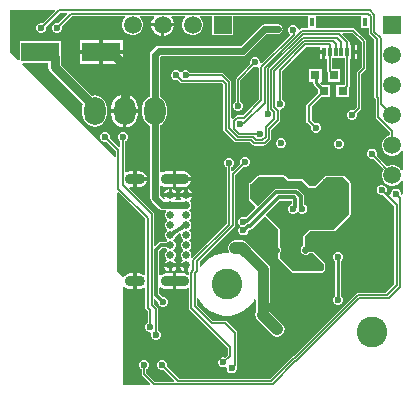
<source format=gbl>
G04*
G04 #@! TF.GenerationSoftware,Altium Limited,Altium Designer,23.10.1 (27)*
G04*
G04 Layer_Physical_Order=2*
G04 Layer_Color=16711680*
%FSLAX25Y25*%
%MOIN*%
G70*
G04*
G04 #@! TF.SameCoordinates,13E47035-5D8A-42FE-96CF-1707A3A9F588*
G04*
G04*
G04 #@! TF.FilePolarity,Positive*
G04*
G01*
G75*
%ADD11C,0.00787*%
%ADD15R,0.01181X0.03150*%
%ADD16R,0.01575X0.03150*%
%ADD18R,0.03150X0.03150*%
%ADD57C,0.00512*%
%ADD59C,0.01181*%
%ADD60C,0.02362*%
%ADD61C,0.00984*%
%ADD62C,0.03150*%
%ADD64C,0.03543*%
%ADD65C,0.03937*%
%ADD69O,0.07087X0.09449*%
%ADD70C,0.02559*%
%ADD71R,0.05906X0.05906*%
%ADD72C,0.05906*%
%ADD73O,0.06693X0.03543*%
%ADD74O,0.09449X0.03543*%
%ADD75R,0.05906X0.05906*%
%ADD76C,0.10236*%
%ADD77C,0.02362*%
%ADD78R,0.12795X0.06496*%
G36*
X-57311Y91637D02*
X-57120Y91175D01*
X-61288Y87006D01*
X-61482Y87087D01*
X-62140D01*
X-62748Y86835D01*
X-63213Y86370D01*
X-63465Y85762D01*
Y85104D01*
X-63213Y84496D01*
X-62748Y84031D01*
X-62140Y83780D01*
X-61482D01*
X-60874Y84031D01*
X-60409Y84496D01*
X-60158Y85104D01*
Y85762D01*
X-60238Y85956D01*
X-55598Y90596D01*
X-53233D01*
X-53042Y90134D01*
X-56170Y87006D01*
X-56364Y87087D01*
X-57022D01*
X-57630Y86835D01*
X-58095Y86370D01*
X-58346Y85762D01*
Y85104D01*
X-58095Y84496D01*
X-57630Y84031D01*
X-57022Y83780D01*
X-56364D01*
X-55756Y84031D01*
X-55291Y84496D01*
X-55039Y85104D01*
Y85762D01*
X-55120Y85956D01*
X-51523Y89553D01*
X-34030D01*
X-33823Y89053D01*
X-34158Y88717D01*
X-34609Y87936D01*
X-34843Y87065D01*
Y86163D01*
X-34609Y85292D01*
X-34158Y84511D01*
X-33520Y83873D01*
X-32739Y83422D01*
X-31868Y83189D01*
X-30966D01*
X-30095Y83422D01*
X-29314Y83873D01*
X-28677Y84511D01*
X-28226Y85292D01*
X-27992Y86163D01*
Y87065D01*
X-28226Y87936D01*
X-28677Y88717D01*
X-29012Y89053D01*
X-28805Y89553D01*
X-24421D01*
X-24230Y89091D01*
X-24410Y88911D01*
X-24903Y88058D01*
X-25131Y87205D01*
X-21417D01*
X-17704D01*
X-17932Y88058D01*
X-18425Y88911D01*
X-18605Y89091D01*
X-18413Y89553D01*
X-14030D01*
X-13823Y89053D01*
X-14158Y88717D01*
X-14609Y87936D01*
X-14842Y87065D01*
Y86163D01*
X-14609Y85292D01*
X-14158Y84511D01*
X-13520Y83873D01*
X-12739Y83422D01*
X-11868Y83189D01*
X-10966D01*
X-10095Y83422D01*
X-9314Y83873D01*
X-8676Y84511D01*
X-8225Y85292D01*
X-7992Y86163D01*
Y87065D01*
X-8225Y87936D01*
X-8676Y88717D01*
X-9012Y89053D01*
X-8805Y89553D01*
X-4843D01*
Y83189D01*
X2008D01*
Y89553D01*
X26630D01*
X27087Y89449D01*
X27087Y89053D01*
Y85388D01*
X25014D01*
X24730Y85332D01*
X24489Y85171D01*
X24243Y84925D01*
X23743Y85132D01*
Y85160D01*
X23492Y85768D01*
X23027Y86233D01*
X22419Y86484D01*
X21761D01*
X21153Y86233D01*
X20688Y85768D01*
X20436Y85160D01*
Y84502D01*
X20688Y83894D01*
X21153Y83429D01*
X21187Y83261D01*
X11595Y73669D01*
X11102Y73883D01*
Y74345D01*
X10851Y74952D01*
X10385Y75418D01*
X9778Y75669D01*
X9120D01*
X8512Y75418D01*
X8047Y74952D01*
X7795Y74345D01*
Y73687D01*
X7876Y73493D01*
X3215Y68832D01*
X3054Y68591D01*
X2998Y68307D01*
Y61029D01*
X2803Y60949D01*
X2338Y60484D01*
X2087Y59876D01*
Y59218D01*
X2338Y58611D01*
X2803Y58145D01*
X3411Y57894D01*
X4069D01*
X4677Y58145D01*
X5142Y58611D01*
X5394Y59218D01*
Y59876D01*
X5142Y60484D01*
X4677Y60949D01*
X4483Y61029D01*
Y68000D01*
X8926Y72443D01*
X9120Y72362D01*
X9778D01*
X10186Y72531D01*
X10259Y72518D01*
X10651Y72265D01*
X10675Y72234D01*
Y61725D01*
X5303Y56353D01*
X3445D01*
X3161Y56296D01*
X2920Y56135D01*
X1963Y55178D01*
X1462Y55385D01*
Y67390D01*
X1406Y67675D01*
X1245Y67915D01*
X-1050Y70210D01*
X-1291Y70371D01*
X-1575Y70428D01*
X-12297D01*
X-12378Y70622D01*
X-12843Y71087D01*
X-13451Y71339D01*
X-14108D01*
X-14716Y71087D01*
X-15043Y70760D01*
X-15354Y70671D01*
X-15665Y70760D01*
X-15992Y71087D01*
X-16600Y71339D01*
X-17258D01*
X-17866Y71087D01*
X-18331Y70622D01*
X-18583Y70014D01*
Y69356D01*
X-18331Y68748D01*
X-17866Y68283D01*
X-17258Y68032D01*
X-16600D01*
X-16406Y68112D01*
X-15545Y67251D01*
X-15304Y67089D01*
X-15020Y67033D01*
X-1548D01*
X-1136Y66622D01*
Y51575D01*
X-1080Y51291D01*
X-919Y51050D01*
X2526Y47605D01*
X2767Y47444D01*
X3051Y47387D01*
X7862D01*
X8532Y46717D01*
X8532Y46717D01*
X8727Y46522D01*
X8968Y46361D01*
X9252Y46305D01*
X12219D01*
X12503Y46361D01*
X12744Y46522D01*
X12754Y46532D01*
X12883Y46558D01*
X13124Y46719D01*
X14502Y48097D01*
X14662Y48338D01*
X14719Y48622D01*
Y51464D01*
X17454Y54199D01*
X17615Y54440D01*
X17672Y54724D01*
Y57874D01*
X17653Y57966D01*
X17942Y58429D01*
X17978Y58459D01*
X18006Y58474D01*
X18594Y58718D01*
X19059Y59183D01*
X19311Y59791D01*
Y60448D01*
X19059Y61056D01*
X18594Y61521D01*
X18297Y61644D01*
Y71311D01*
X26275Y79289D01*
X30906D01*
Y78150D01*
X32283D01*
Y77559D01*
X32874D01*
Y75197D01*
X33509D01*
Y71260D01*
X33566Y70976D01*
X33727Y70735D01*
X33779Y70682D01*
Y67638D01*
X37874D01*
Y71732D01*
X34995D01*
Y75512D01*
X39415D01*
Y66614D01*
X36535D01*
Y62520D01*
X40630D01*
Y65564D01*
X40683Y65617D01*
X40844Y65858D01*
X40900Y66142D01*
Y75197D01*
X41535D01*
Y77559D01*
Y79921D01*
X40900D01*
Y80709D01*
X40844Y80993D01*
X40683Y81234D01*
X38475Y83441D01*
X38667Y83903D01*
X41818D01*
X45025Y80696D01*
Y72453D01*
X43569Y70998D01*
X43408Y70757D01*
X43352Y70473D01*
Y59166D01*
X42255Y58069D01*
X42061Y58150D01*
X41403D01*
X40796Y57898D01*
X40330Y57433D01*
X40079Y56825D01*
Y56167D01*
X40330Y55559D01*
X40796Y55094D01*
X41403Y54843D01*
X42061D01*
X42669Y55094D01*
X43134Y55559D01*
X43386Y56167D01*
Y56825D01*
X43305Y57019D01*
X44620Y58333D01*
X44781Y58574D01*
X44837Y58858D01*
Y70165D01*
X46293Y71621D01*
X46454Y71861D01*
X46510Y72146D01*
Y81004D01*
X46454Y81288D01*
X46293Y81529D01*
X42651Y85171D01*
X42410Y85332D01*
X42126Y85388D01*
X29606D01*
X29606Y89449D01*
X30063Y89553D01*
X44346D01*
X44803Y89449D01*
Y85354D01*
X47289D01*
Y83858D01*
X47345Y83574D01*
X47506Y83333D01*
X49198Y81641D01*
Y62559D01*
X49255Y62275D01*
X49416Y62034D01*
X49651Y61799D01*
Y55897D01*
X49708Y55612D01*
X49869Y55371D01*
X54375Y50864D01*
Y49725D01*
X53796Y49570D01*
X53015Y49119D01*
X52377Y48481D01*
X51926Y47700D01*
X51693Y46829D01*
Y45927D01*
X51926Y45056D01*
X52377Y44275D01*
X53015Y43637D01*
X53796Y43186D01*
X54667Y42953D01*
X55569D01*
X56440Y43186D01*
X57221Y43637D01*
X57859Y44275D01*
X58066Y44633D01*
X58566Y44499D01*
Y38257D01*
X58066Y38123D01*
X57859Y38481D01*
X57221Y39119D01*
X56440Y39570D01*
X55569Y39803D01*
X54667D01*
X53796Y39570D01*
X53414Y39349D01*
X49837Y42926D01*
X49980Y43273D01*
Y43931D01*
X49729Y44539D01*
X49263Y45004D01*
X48656Y45256D01*
X47998D01*
X47390Y45004D01*
X46925Y44539D01*
X46673Y43931D01*
Y43273D01*
X46925Y42666D01*
X47390Y42201D01*
X47998Y41949D01*
X48656D01*
X48697Y41966D01*
X52306Y38357D01*
X51926Y37700D01*
X51693Y36829D01*
Y35927D01*
X51926Y35056D01*
X52377Y34275D01*
X53015Y33637D01*
X53796Y33186D01*
X54667Y32953D01*
X55569D01*
X56440Y33186D01*
X57221Y33637D01*
X57859Y34275D01*
X58066Y34633D01*
X58566Y34499D01*
Y30208D01*
X58539Y30180D01*
X58066Y29982D01*
X57953Y30093D01*
Y30644D01*
X57701Y31252D01*
X57236Y31717D01*
X56628Y31969D01*
X55970D01*
X55363Y31717D01*
X54897Y31252D01*
X54646Y30644D01*
Y30182D01*
X54153Y29968D01*
X53148Y30973D01*
X53228Y31167D01*
Y31825D01*
X52977Y32433D01*
X52512Y32898D01*
X51904Y33150D01*
X51246D01*
X50638Y32898D01*
X50173Y32433D01*
X49921Y31825D01*
Y31167D01*
X50173Y30559D01*
X50638Y30094D01*
X51246Y29842D01*
X51904D01*
X52098Y29923D01*
X55852Y26169D01*
Y12D01*
X53137Y-2702D01*
X43799D01*
X43515Y-2759D01*
X43274Y-2920D01*
X22250Y-23944D01*
X22072Y-23979D01*
X21831Y-24140D01*
X14568Y-31403D01*
X-15972D01*
X-20080Y-27295D01*
X-20000Y-27101D01*
Y-26443D01*
X-20252Y-25835D01*
X-20717Y-25370D01*
X-21325Y-25118D01*
X-21982D01*
X-22590Y-25370D01*
X-23055Y-25835D01*
X-23307Y-26443D01*
Y-27101D01*
X-23055Y-27708D01*
X-22590Y-28174D01*
X-21982Y-28425D01*
X-21325D01*
X-21131Y-28345D01*
X-17550Y-31925D01*
X-17741Y-32387D01*
X-23944D01*
X-26816Y-29515D01*
Y-28254D01*
X-26622Y-28174D01*
X-26157Y-27708D01*
X-25905Y-27101D01*
Y-26443D01*
X-26157Y-25835D01*
X-26622Y-25370D01*
X-27230Y-25118D01*
X-27888D01*
X-28496Y-25370D01*
X-28961Y-25835D01*
X-29213Y-26443D01*
Y-27101D01*
X-28961Y-27708D01*
X-28496Y-28174D01*
X-28302Y-28254D01*
Y-29823D01*
X-28245Y-30107D01*
X-28084Y-30348D01*
X-27051Y-31381D01*
X-27051Y-31381D01*
X-25525Y-32907D01*
X-25717Y-33369D01*
X-34550D01*
Y-989D01*
X-34286Y-841D01*
X-34050Y-788D01*
X-33574Y-1153D01*
X-32952Y-1410D01*
X-32283Y-1498D01*
X-31299D01*
Y1083D01*
Y3664D01*
X-32283D01*
X-32952Y3576D01*
X-33574Y3318D01*
X-34109Y2908D01*
X-34274Y2692D01*
X-34512Y2648D01*
X-34906Y2690D01*
X-36518Y4303D01*
Y30484D01*
X-36057Y30676D01*
X-27121Y21740D01*
Y3394D01*
X-27621Y3147D01*
X-27843Y3318D01*
X-28466Y3576D01*
X-29134Y3664D01*
X-30118D01*
Y1083D01*
Y-1498D01*
X-29134D01*
X-28466Y-1410D01*
X-27843Y-1153D01*
X-27621Y-982D01*
X-27121Y-1228D01*
Y-7874D01*
X-27064Y-8158D01*
X-26903Y-8399D01*
X-26333Y-8969D01*
Y-12691D01*
X-26527Y-12771D01*
X-26992Y-13237D01*
X-27244Y-13844D01*
Y-14502D01*
X-26992Y-15110D01*
X-26527Y-15575D01*
X-25919Y-15827D01*
X-25496D01*
X-25153Y-16263D01*
X-25147Y-16289D01*
X-25276Y-16600D01*
Y-17258D01*
X-25024Y-17866D01*
X-24559Y-18331D01*
X-23951Y-18583D01*
X-23293D01*
X-22685Y-18331D01*
X-22220Y-17866D01*
X-21969Y-17258D01*
Y-16600D01*
X-22220Y-15992D01*
X-22685Y-15527D01*
X-22879Y-15447D01*
Y-8268D01*
X-22936Y-7983D01*
X-23097Y-7743D01*
X-24257Y-6582D01*
Y-4996D01*
X-23795Y-4804D01*
X-22913Y-5686D01*
Y-6136D01*
X-22662Y-6744D01*
X-22197Y-7209D01*
X-21589Y-7461D01*
X-20931D01*
X-20323Y-7209D01*
X-19858Y-6744D01*
X-19606Y-6136D01*
Y-5478D01*
X-19858Y-4870D01*
X-20323Y-4405D01*
X-20931Y-4154D01*
X-21381D01*
X-22538Y-2996D01*
Y-1045D01*
X-22038Y-851D01*
X-21645Y-1153D01*
X-21022Y-1410D01*
X-20354Y-1498D01*
X-17992D01*
Y1083D01*
Y3664D01*
X-20354D01*
X-21022Y3576D01*
X-21645Y3318D01*
X-22038Y3016D01*
X-22538Y3210D01*
Y11067D01*
X-21598Y12007D01*
X-20252D01*
X-19967Y11722D01*
X-19895Y11417D01*
X-19967Y11112D01*
X-20344Y10736D01*
X-20610Y10093D01*
Y9396D01*
X-20344Y8752D01*
X-20209Y8617D01*
X-20029Y8150D01*
X-20212Y7967D01*
X-20610Y7568D01*
X-20851Y6988D01*
X-18858D01*
X-16866D01*
X-17106Y7568D01*
X-17504Y7967D01*
X-17687Y8150D01*
X-17508Y8617D01*
X-17373Y8752D01*
X-17106Y9396D01*
Y10093D01*
X-17373Y10736D01*
X-17749Y11112D01*
X-17821Y11417D01*
X-17749Y11722D01*
X-17373Y12098D01*
X-17106Y12742D01*
Y13439D01*
X-17373Y14083D01*
X-17749Y14459D01*
X-17821Y14764D01*
X-17749Y15069D01*
X-17373Y15445D01*
X-17106Y16089D01*
Y16259D01*
X-15683Y17155D01*
X-15282Y16817D01*
X-15295Y16785D01*
Y16089D01*
X-15029Y15445D01*
X-14653Y15069D01*
X-14580Y14764D01*
X-14653Y14459D01*
X-15029Y14083D01*
X-15295Y13439D01*
Y12742D01*
X-15029Y12098D01*
X-14653Y11722D01*
X-14580Y11417D01*
X-14653Y11112D01*
X-15029Y10736D01*
X-15295Y10093D01*
Y9396D01*
X-15029Y8752D01*
X-14894Y8617D01*
X-14714Y8150D01*
X-14897Y7967D01*
X-15296Y7569D01*
X-15536Y6988D01*
X-13543D01*
Y6398D01*
X-12953D01*
Y4301D01*
X-12641Y3993D01*
X-12652Y3937D01*
Y3495D01*
X-13101Y3274D01*
X-13158Y3318D01*
X-13781Y3576D01*
X-14449Y3664D01*
X-16811D01*
Y1083D01*
Y-1498D01*
X-14449D01*
X-13781Y-1410D01*
X-13158Y-1153D01*
X-13101Y-1108D01*
X-12652Y-1330D01*
Y-7972D01*
X-12596Y-8257D01*
X-12435Y-8497D01*
X242Y-21174D01*
Y-23511D01*
X-658Y-24411D01*
X-852Y-24331D01*
X-1510D01*
X-2118Y-24582D01*
X-2583Y-25048D01*
X-2835Y-25655D01*
Y-26313D01*
X-2583Y-26921D01*
X-2118Y-27386D01*
X-1510Y-27638D01*
X-852D01*
X-541Y-27509D01*
X-515Y-27515D01*
X-79Y-27859D01*
Y-28282D01*
X173Y-28889D01*
X638Y-29355D01*
X1246Y-29606D01*
X1904D01*
X2511Y-29355D01*
X2977Y-28889D01*
X3228Y-28282D01*
Y-27624D01*
X3148Y-27430D01*
X3281Y-27297D01*
X3442Y-27056D01*
X3498Y-26772D01*
Y-16043D01*
X3442Y-15759D01*
X3281Y-15518D01*
X33Y-12270D01*
X-208Y-12109D01*
X-492Y-12053D01*
X-4712D01*
X-9986Y-6779D01*
Y-4484D01*
X-9486Y-4364D01*
X-8923Y-5468D01*
X-7958Y-6797D01*
X-6797Y-7958D01*
X-5468Y-8923D01*
X-4005Y-9669D01*
X-2443Y-10176D01*
X-821Y-10433D01*
X821D01*
X2443Y-10176D01*
X4005Y-9669D01*
X5468Y-8923D01*
X6797Y-7958D01*
X7958Y-6797D01*
X8923Y-5468D01*
X9194Y-4937D01*
X9671Y-5102D01*
X9621Y-5351D01*
X9621Y-5351D01*
Y-9070D01*
X9610Y-9087D01*
X9421Y-10039D01*
X9610Y-10992D01*
X10150Y-11799D01*
X11626Y-13276D01*
X14992Y-16642D01*
X15800Y-17181D01*
X16752Y-17371D01*
X17704Y-17181D01*
X18512Y-16642D01*
X19051Y-15834D01*
X19241Y-14882D01*
X19051Y-13929D01*
X18512Y-13122D01*
X15146Y-9756D01*
X14198Y-8808D01*
Y-6112D01*
X14319Y-5931D01*
X14493Y-5055D01*
X14493Y-5055D01*
Y5055D01*
X14493Y5055D01*
X14319Y5931D01*
X13823Y6673D01*
X13823Y6673D01*
X8360Y12135D01*
X8059Y12587D01*
X6681Y13964D01*
X5874Y14504D01*
X4921Y14694D01*
X2854D01*
X1902Y14504D01*
X1094Y13964D01*
X555Y13157D01*
X366Y12205D01*
X555Y11252D01*
X768Y10933D01*
X501Y10433D01*
X-821D01*
X-2443Y10176D01*
X-4005Y9669D01*
X-5468Y8923D01*
X-6797Y7958D01*
X-7958Y6797D01*
X-8600Y5913D01*
X-9100Y6075D01*
Y7566D01*
X2494Y19160D01*
X2655Y19401D01*
X2711Y19685D01*
Y36405D01*
X5481Y39175D01*
X5675Y39094D01*
X6333D01*
X6941Y39346D01*
X7406Y39811D01*
X7658Y40419D01*
Y41077D01*
X7406Y41685D01*
X6941Y42150D01*
X6333Y42402D01*
X5675D01*
X5067Y42150D01*
X4602Y41685D01*
X4350Y41077D01*
Y40419D01*
X4431Y40225D01*
X1932Y37726D01*
X1432Y37933D01*
Y39069D01*
X1626Y39149D01*
X2091Y39614D01*
X2342Y40222D01*
Y40880D01*
X2091Y41488D01*
X1626Y41953D01*
X1018Y42205D01*
X360D01*
X-248Y41953D01*
X-713Y41488D01*
X-965Y40880D01*
Y40222D01*
X-713Y39614D01*
X-248Y39149D01*
X-54Y39069D01*
Y20189D01*
X-11535Y8708D01*
X-11959Y8991D01*
X-11791Y9396D01*
Y10093D01*
X-12058Y10736D01*
X-12434Y11112D01*
X-12506Y11417D01*
X-12434Y11722D01*
X-12058Y12098D01*
X-11791Y12742D01*
Y13439D01*
X-12058Y14083D01*
X-12434Y14459D01*
X-12506Y14764D01*
X-12434Y15069D01*
X-12058Y15445D01*
X-11791Y16089D01*
Y16785D01*
X-12058Y17429D01*
X-12434Y17805D01*
X-12506Y18110D01*
X-12434Y18415D01*
X-12058Y18791D01*
X-11791Y19435D01*
Y20132D01*
X-12058Y20776D01*
X-12434Y21152D01*
X-12506Y21457D01*
X-12434Y21761D01*
X-12058Y22138D01*
X-11791Y22781D01*
Y23478D01*
X-12058Y24122D01*
X-12434Y24498D01*
X-12506Y24803D01*
X-12434Y25108D01*
X-12058Y25484D01*
X-11791Y26128D01*
Y26825D01*
X-12058Y27469D01*
X-12193Y27604D01*
X-12372Y28071D01*
X-12190Y28253D01*
X-11791Y28652D01*
X-11551Y29232D01*
X-13543D01*
X-15536D01*
X-15296Y28652D01*
X-15268Y28624D01*
X-15459Y28162D01*
X-16942D01*
X-17134Y28624D01*
X-17106Y28652D01*
X-16866Y29232D01*
X-18858D01*
X-20851D01*
X-20660Y28771D01*
X-21084Y28488D01*
X-22133Y29537D01*
Y32712D01*
X-21685Y32933D01*
X-21645Y32903D01*
X-21022Y32645D01*
X-20354Y32557D01*
X-17992D01*
Y35138D01*
Y37719D01*
X-20354D01*
X-21022Y37631D01*
X-21645Y37373D01*
X-21685Y37343D01*
X-22133Y37564D01*
Y53159D01*
X-22069Y53185D01*
X-21230Y53829D01*
X-20587Y54668D01*
X-20182Y55645D01*
X-20044Y56693D01*
Y59055D01*
X-20182Y60103D01*
X-20587Y61080D01*
X-21230Y61919D01*
X-22069Y62563D01*
X-22409Y62703D01*
Y75772D01*
X-22012Y76168D01*
X5315D01*
X5960Y76297D01*
X6507Y76662D01*
X13224Y83379D01*
X13651D01*
X13780Y83353D01*
X13908Y83379D01*
X16880D01*
X17043Y83411D01*
X17209D01*
X17362Y83475D01*
X17525Y83507D01*
X17663Y83600D01*
X17817Y83663D01*
X17934Y83780D01*
X18072Y83873D01*
X18164Y84011D01*
X18282Y84128D01*
X18345Y84282D01*
X18438Y84420D01*
X18470Y84583D01*
X18533Y84736D01*
Y84902D01*
X18566Y85065D01*
X18533Y85228D01*
Y85394D01*
X18470Y85547D01*
X18438Y85710D01*
X18345Y85848D01*
X18282Y86001D01*
X18164Y86119D01*
X18072Y86257D01*
X17934Y86349D01*
X17817Y86467D01*
X17663Y86530D01*
X17525Y86623D01*
X17362Y86655D01*
X17209Y86718D01*
X17043D01*
X16880Y86751D01*
X13805D01*
X13792Y86748D01*
X13780Y86751D01*
X12526D01*
X11880Y86623D01*
X11333Y86257D01*
X4617Y79540D01*
X-22711D01*
X-23356Y79412D01*
X-23903Y79046D01*
X-25287Y77663D01*
X-25652Y77116D01*
X-25780Y76471D01*
Y62703D01*
X-26120Y62563D01*
X-26959Y61919D01*
X-27602Y61080D01*
X-28007Y60103D01*
X-28145Y59055D01*
Y56693D01*
X-28007Y55645D01*
X-27602Y54668D01*
X-26959Y53829D01*
X-26120Y53185D01*
X-25505Y52930D01*
Y28839D01*
X-25376Y28193D01*
X-25011Y27646D01*
X-22649Y25284D01*
X-22102Y24919D01*
X-21457Y24790D01*
X-20382D01*
X-20175Y24290D01*
X-20344Y24122D01*
X-20610Y23478D01*
Y22781D01*
X-20344Y22138D01*
X-19967Y21761D01*
X-19895Y21457D01*
X-19967Y21152D01*
X-20344Y20776D01*
X-20610Y20132D01*
Y19435D01*
X-20344Y18791D01*
X-19967Y18415D01*
X-19895Y18110D01*
X-19967Y17805D01*
X-20344Y17429D01*
X-20610Y16785D01*
Y16089D01*
X-20344Y15445D01*
X-19967Y15069D01*
X-19895Y14764D01*
X-19967Y14459D01*
X-20252Y14174D01*
X-22047D01*
X-22462Y14092D01*
X-22814Y13857D01*
X-22814Y13857D01*
X-23795Y12875D01*
X-24257Y13066D01*
Y23425D01*
X-24314Y23709D01*
X-24475Y23950D01*
X-32621Y32097D01*
X-32388Y32570D01*
X-32283Y32557D01*
X-31299D01*
Y35138D01*
Y37719D01*
X-32283D01*
X-32952Y37631D01*
X-33574Y37373D01*
X-33592Y37359D01*
X-34041Y37580D01*
Y47673D01*
X-33709Y47811D01*
X-33244Y48276D01*
X-32992Y48884D01*
Y49542D01*
X-33244Y50149D01*
X-33709Y50614D01*
X-34317Y50866D01*
X-34975D01*
X-35582Y50614D01*
X-36048Y50149D01*
X-36299Y49542D01*
Y48884D01*
X-36048Y48276D01*
X-35582Y47811D01*
X-35526Y47787D01*
Y45945D01*
X-36026Y45738D01*
X-38978Y48690D01*
X-38898Y48884D01*
Y49542D01*
X-39149Y50149D01*
X-39614Y50614D01*
X-40222Y50866D01*
X-40880D01*
X-41488Y50614D01*
X-41953Y50149D01*
X-42205Y49542D01*
Y48884D01*
X-41953Y48276D01*
X-41488Y47811D01*
X-40880Y47559D01*
X-40222D01*
X-40028Y47639D01*
X-36963Y44574D01*
Y42802D01*
X-37425Y42611D01*
X-68191Y73377D01*
X-67999Y73839D01*
X-59469D01*
Y72342D01*
X-59310Y71544D01*
X-58858Y70867D01*
X-48017Y60026D01*
X-48145Y59055D01*
Y56693D01*
X-48007Y55645D01*
X-47602Y54668D01*
X-46959Y53829D01*
X-46120Y53185D01*
X-45143Y52780D01*
X-44094Y52643D01*
X-43046Y52780D01*
X-42069Y53185D01*
X-41230Y53829D01*
X-40587Y54668D01*
X-40182Y55645D01*
X-40044Y56693D01*
Y59055D01*
X-40182Y60103D01*
X-40587Y61080D01*
X-41230Y61919D01*
X-42069Y62563D01*
X-43046Y62967D01*
X-44094Y63105D01*
X-45065Y62978D01*
X-55295Y73207D01*
Y75886D01*
X-55335Y76087D01*
Y81279D01*
X-69075D01*
Y74914D01*
X-69537Y74723D01*
X-72345Y77531D01*
Y91637D01*
X-57311D01*
D02*
G37*
%LPC*%
G36*
X-17704Y86024D02*
X-20827D01*
Y82900D01*
X-19974Y83129D01*
X-19121Y83621D01*
X-18425Y84318D01*
X-17932Y85171D01*
X-17704Y86024D01*
D02*
G37*
G36*
X-22008D02*
X-25131D01*
X-24903Y85171D01*
X-24410Y84318D01*
X-23714Y83621D01*
X-22861Y83129D01*
X-22008Y82900D01*
Y86024D01*
D02*
G37*
G36*
X43504Y79921D02*
X42717D01*
Y78150D01*
X43504D01*
Y79921D01*
D02*
G37*
G36*
X-34744Y81595D02*
X-41339D01*
Y78150D01*
X-34744D01*
Y81595D01*
D02*
G37*
G36*
X-42520D02*
X-49114D01*
Y78150D01*
X-42520D01*
Y81595D01*
D02*
G37*
G36*
X43504Y76968D02*
X42717D01*
Y75197D01*
X43504D01*
Y76968D01*
D02*
G37*
G36*
X31693D02*
X30906D01*
Y75197D01*
X31693D01*
Y76968D01*
D02*
G37*
G36*
X-34744D02*
X-41339D01*
Y73524D01*
X-34744D01*
Y76968D01*
D02*
G37*
G36*
X-42520D02*
X-49114D01*
Y73524D01*
X-42520D01*
Y76968D01*
D02*
G37*
G36*
X-33504Y63345D02*
Y58465D01*
X-29726D01*
Y59055D01*
X-29875Y60186D01*
X-30312Y61239D01*
X-31006Y62144D01*
X-31910Y62838D01*
X-32964Y63274D01*
X-33504Y63345D01*
D02*
G37*
G36*
X-34685D02*
X-35225Y63274D01*
X-36279Y62838D01*
X-37183Y62144D01*
X-37877Y61239D01*
X-38314Y60186D01*
X-38462Y59055D01*
Y58465D01*
X-34685D01*
Y63345D01*
D02*
G37*
G36*
X-29726Y57284D02*
X-33504D01*
Y52403D01*
X-32964Y52474D01*
X-31910Y52910D01*
X-31006Y53604D01*
X-30312Y54509D01*
X-29875Y55562D01*
X-29726Y56693D01*
Y57284D01*
D02*
G37*
G36*
X-34685D02*
X-38462D01*
Y56693D01*
X-38314Y55562D01*
X-37877Y54509D01*
X-37183Y53604D01*
X-36279Y52910D01*
X-35225Y52474D01*
X-34685Y52403D01*
Y57284D01*
D02*
G37*
G36*
X31575Y71732D02*
X27480D01*
Y67638D01*
X28825D01*
Y67042D01*
X28900Y66665D01*
X29113Y66346D01*
X30236Y65223D01*
Y63769D01*
X26738Y60270D01*
X26546Y59984D01*
X26479Y59646D01*
Y54603D01*
X26546Y54265D01*
X26738Y53979D01*
X28033Y52683D01*
X28011Y52630D01*
Y51972D01*
X28263Y51364D01*
X28728Y50899D01*
X29336Y50647D01*
X29994D01*
X30601Y50899D01*
X31066Y51364D01*
X31318Y51972D01*
Y52630D01*
X31066Y53237D01*
X30601Y53703D01*
X29994Y53954D01*
X29336D01*
X29282Y53932D01*
X28245Y54969D01*
Y59280D01*
X31485Y62520D01*
X34331D01*
Y66614D01*
X31627D01*
X31103Y67138D01*
X31310Y67638D01*
X31575D01*
Y71732D01*
D02*
G37*
G36*
X18459Y48701D02*
X17801D01*
X17193Y48449D01*
X16728Y47984D01*
X16476Y47376D01*
Y46718D01*
X16728Y46111D01*
X17193Y45645D01*
X17801Y45394D01*
X18459D01*
X19067Y45645D01*
X19532Y46111D01*
X19783Y46718D01*
Y47376D01*
X19532Y47984D01*
X19067Y48449D01*
X18459Y48701D01*
D02*
G37*
G36*
X37632Y48406D02*
X36974D01*
X36367Y48154D01*
X35901Y47689D01*
X35650Y47081D01*
Y46423D01*
X35901Y45815D01*
X36367Y45350D01*
X36974Y45098D01*
X37632D01*
X38240Y45350D01*
X38705Y45815D01*
X38957Y46423D01*
Y47081D01*
X38705Y47689D01*
X38240Y48154D01*
X37632Y48406D01*
D02*
G37*
G36*
X-14449Y37719D02*
X-16811D01*
Y35728D01*
X-11945D01*
X-11956Y35806D01*
X-12213Y36428D01*
X-12624Y36963D01*
X-13158Y37373D01*
X-13781Y37631D01*
X-14449Y37719D01*
D02*
G37*
G36*
X-29134D02*
X-30118D01*
Y35728D01*
X-26630D01*
X-26641Y35806D01*
X-26899Y36428D01*
X-27309Y36963D01*
X-27843Y37373D01*
X-28466Y37631D01*
X-29134Y37719D01*
D02*
G37*
G36*
X-11945Y34547D02*
X-16811D01*
Y32557D01*
X-14449D01*
X-13781Y32645D01*
X-13158Y32903D01*
X-12624Y33313D01*
X-12213Y33847D01*
X-11956Y34470D01*
X-11945Y34547D01*
D02*
G37*
G36*
X-26630D02*
X-30118D01*
Y32557D01*
X-29134D01*
X-28466Y32645D01*
X-27843Y32903D01*
X-27309Y33313D01*
X-26899Y33847D01*
X-26641Y34470D01*
X-26630Y34547D01*
D02*
G37*
G36*
X-18268Y31815D02*
Y30413D01*
X-16866D01*
X-17106Y30994D01*
X-17687Y31575D01*
X-18268Y31815D01*
D02*
G37*
G36*
X-19449D02*
X-20029Y31575D01*
X-20610Y30994D01*
X-20851Y30413D01*
X-19449D01*
Y31815D01*
D02*
G37*
G36*
X-12953Y31815D02*
Y30413D01*
X-11551D01*
X-11791Y30994D01*
X-12372Y31575D01*
X-12953Y31815D01*
D02*
G37*
G36*
X-14134Y31815D02*
X-14714Y31575D01*
X-15296Y30994D01*
X-15536Y30413D01*
X-14134D01*
Y31815D01*
D02*
G37*
G36*
X-14134Y5807D02*
X-15536D01*
X-15296Y5227D01*
X-14714Y4645D01*
X-14134Y4405D01*
Y5807D01*
D02*
G37*
G36*
X-16866Y5807D02*
X-18268D01*
Y4405D01*
X-17687Y4645D01*
X-17106Y5227D01*
X-16866Y5807D01*
D02*
G37*
G36*
X-19449D02*
X-20851D01*
X-20610Y5227D01*
X-20029Y4645D01*
X-19449Y4405D01*
Y5807D01*
D02*
G37*
G36*
X19094Y36437D02*
X10630D01*
X10268Y36287D01*
X7848Y33867D01*
X7512Y33728D01*
X7363Y33366D01*
Y28445D01*
X7512Y28083D01*
X9519Y26077D01*
X9519Y25370D01*
X6448Y22299D01*
X6427Y22320D01*
X5819Y22572D01*
X5161D01*
X4553Y22320D01*
X4088Y21855D01*
X3837Y21247D01*
Y20590D01*
X4088Y19982D01*
X4266Y19805D01*
X4523Y19478D01*
X4266Y19151D01*
X4088Y18974D01*
X3837Y18366D01*
Y17708D01*
X4088Y17101D01*
X4553Y16635D01*
X5161Y16384D01*
X5819D01*
X6427Y16635D01*
X6892Y17101D01*
X7144Y17708D01*
Y17838D01*
X7603Y18298D01*
X7974Y18372D01*
X8326Y18606D01*
X12304Y22584D01*
X12658Y22938D01*
X17205Y18391D01*
Y12476D01*
X17355Y12115D01*
X17405Y12064D01*
X17579Y11644D01*
Y11190D01*
X17405Y10770D01*
X17355Y10720D01*
X17205Y10358D01*
Y8760D01*
X17355Y8398D01*
X21686Y4067D01*
X22047Y3918D01*
X31693D01*
X32054Y4067D01*
X32645Y4658D01*
X32795Y5020D01*
Y6890D01*
X32645Y7251D01*
X29200Y10696D01*
X28839Y10846D01*
X27535D01*
X27174Y10696D01*
X26926Y10449D01*
X26507Y10275D01*
X26052D01*
X25633Y10449D01*
X25311Y10770D01*
X25137Y11190D01*
Y11644D01*
X25311Y12064D01*
X25633Y12386D01*
X25688Y12409D01*
X25760Y12480D01*
X25854Y12519D01*
X25893Y12613D01*
X25965Y12685D01*
Y12787D01*
X26004Y12881D01*
Y15930D01*
X27771Y17697D01*
X35728D01*
X36090Y17847D01*
X41208Y22965D01*
X41358Y23327D01*
Y33858D01*
X41208Y34220D01*
X41040Y34290D01*
X39239Y36090D01*
X38878Y36240D01*
X33169D01*
X32808Y36090D01*
X32302Y35584D01*
X32233Y35555D01*
X31767Y35090D01*
X31739Y35021D01*
X29513Y32795D01*
X27574D01*
X25362Y35007D01*
X25000Y35157D01*
X20586D01*
X19456Y36287D01*
X19094Y36437D01*
D02*
G37*
G36*
X37435Y10709D02*
X36777D01*
X36170Y10457D01*
X35704Y9992D01*
X35453Y9384D01*
Y8726D01*
X35704Y8118D01*
X36074Y7749D01*
Y-3715D01*
X36071Y-3716D01*
X35606Y-4182D01*
X35354Y-4789D01*
Y-5447D01*
X35606Y-6055D01*
X36071Y-6520D01*
X36679Y-6772D01*
X37337D01*
X37944Y-6520D01*
X38410Y-6055D01*
X38661Y-5447D01*
Y-4789D01*
X38410Y-4182D01*
X38041Y-3812D01*
Y7652D01*
X38043Y7653D01*
X38508Y8118D01*
X38760Y8726D01*
Y9384D01*
X38508Y9992D01*
X38043Y10457D01*
X37435Y10709D01*
D02*
G37*
%LPD*%
G36*
X20374Y34646D02*
X25000D01*
X27362Y32283D01*
X29724D01*
X33169Y35728D01*
X38878D01*
X40748Y33858D01*
X40846D01*
Y23327D01*
X35728Y18209D01*
X27559D01*
X25492Y16142D01*
Y12881D01*
X25343Y12819D01*
X24878Y12354D01*
X24626Y11746D01*
Y11088D01*
X24878Y10481D01*
X25343Y10016D01*
X25951Y9764D01*
X26608D01*
X27216Y10016D01*
X27535Y10335D01*
X28839D01*
X32283Y6890D01*
Y5020D01*
X31693Y4429D01*
X22047D01*
X17717Y8760D01*
Y10358D01*
X17839Y10481D01*
X18090Y11088D01*
Y11746D01*
X17839Y12354D01*
X17717Y12476D01*
Y18602D01*
X13019Y23300D01*
X13393Y23674D01*
X13393Y23674D01*
X13393Y23674D01*
X17671Y27952D01*
X21751D01*
Y26850D01*
X21718D01*
X21111Y26599D01*
X20645Y26133D01*
X20394Y25526D01*
Y24868D01*
X20645Y24260D01*
X21111Y23795D01*
X21718Y23543D01*
X22376D01*
X22984Y23795D01*
X23311Y24122D01*
X23622Y24211D01*
X23933Y24122D01*
X24260Y23795D01*
X24868Y23543D01*
X25526D01*
X26133Y23795D01*
X26599Y24260D01*
X26850Y24868D01*
Y25526D01*
X26599Y26133D01*
X26133Y26599D01*
X25690Y26782D01*
Y29376D01*
X25608Y29790D01*
X25373Y30142D01*
X23941Y31574D01*
X23589Y31808D01*
X23175Y31891D01*
X16488D01*
X16074Y31808D01*
X15722Y31574D01*
X15722Y31573D01*
X10234Y26085D01*
X7874Y28445D01*
Y33366D01*
X8071D01*
X10630Y35925D01*
X19094D01*
X20374Y34646D01*
D02*
G37*
D11*
X27362Y54603D02*
Y59646D01*
X32283Y64567D01*
X27362Y54603D02*
X29665Y52301D01*
D15*
X40157Y77559D02*
D03*
X38189D02*
D03*
X36220D02*
D03*
X42126D02*
D03*
X34252D02*
D03*
X32283D02*
D03*
D16*
X28346Y87402D02*
D03*
X46063D02*
D03*
D18*
X32283Y64567D02*
D03*
X38583D02*
D03*
X29528Y69685D02*
D03*
X35827D02*
D03*
D57*
X-21654Y-26772D02*
X-16280Y-32146D01*
X-24252Y-33130D02*
X15283D01*
X-26526Y-30856D02*
X-24252Y-33130D01*
X-16280Y-32146D02*
X14876D01*
X22356Y-24665D01*
X15283Y-33130D02*
X22764Y-25650D01*
X2756Y-26772D02*
Y-16043D01*
X1575Y-27953D02*
X2756Y-26772D01*
X-492Y-12795D02*
X2756Y-16043D01*
X-5020Y-12795D02*
X-492D01*
X984Y-23819D02*
Y-20866D01*
X-1181Y-25984D02*
X984Y-23819D01*
X22090Y84831D02*
X22215Y84706D01*
Y83238D02*
Y84706D01*
X25967Y80031D02*
X33945D01*
X14764Y71612D02*
X25436Y82284D01*
X36614D01*
X17555Y60222D02*
Y71619D01*
X14764Y58465D02*
Y71612D01*
X15748Y71204D02*
X25646Y81102D01*
X11417Y72441D02*
X22215Y83238D01*
X15748Y59055D02*
Y71204D01*
X12598Y60630D02*
Y72230D01*
X13780Y56693D02*
Y72019D01*
X25225Y83465D02*
X37402D01*
X25646Y81102D02*
X35433D01*
X12598Y72230D02*
X25014Y84646D01*
X11417Y61417D02*
Y72441D01*
X25014Y84646D02*
X42126D01*
X13780Y72019D02*
X25225Y83465D01*
X17555Y71619D02*
X25967Y80031D01*
X-1575Y69685D02*
X720Y67390D01*
X-13780Y69685D02*
X-1575D01*
X-1240Y67776D02*
X-394Y66929D01*
X-16929Y69685D02*
X-15020Y67776D01*
X-1240D01*
X720Y52036D02*
Y67390D01*
X-394Y51575D02*
Y66929D01*
Y51575D02*
X3051Y48130D01*
X8169D01*
X720Y52036D02*
X3642Y49114D01*
X8760D01*
X4049Y50098D02*
X11024D01*
X2264Y51884D02*
X4049Y50098D01*
X9057Y47242D02*
X9252Y47047D01*
X8169Y48130D02*
X9057Y47242D01*
X8760Y49114D02*
X9843Y48031D01*
X9252Y47047D02*
X12219D01*
X9843Y48031D02*
X11811D01*
X12992Y49213D01*
X12415Y47244D02*
X12598D01*
X12219Y47047D02*
X12415Y47244D01*
X12598D02*
X13976Y48622D01*
Y51772D01*
X16929Y54724D01*
X12992Y52362D02*
X15748Y55118D01*
Y57480D01*
Y59055D02*
X16929Y57874D01*
Y54724D02*
Y57874D01*
X14764Y58465D02*
X15748Y57480D01*
X17555Y60222D02*
X17658Y60120D01*
X2264Y51884D02*
Y54429D01*
X12992Y49213D02*
Y52362D01*
X5689Y53720D02*
X12598Y60630D01*
X5610Y55610D02*
X11417Y61417D01*
X36614Y82284D02*
X38189Y80709D01*
X35433Y81102D02*
X36220Y80315D01*
Y77559D02*
Y80315D01*
X38189Y77559D02*
Y80709D01*
X33945Y80031D02*
X34252Y79724D01*
Y77559D02*
Y79724D01*
X37402Y83465D02*
X40157Y80709D01*
X42126Y84646D02*
X45768Y81004D01*
X-61811Y85433D02*
X-55905Y91339D01*
X-51831Y90295D02*
X47106D01*
X-56693Y85433D02*
X-51831Y90295D01*
X-55905Y91339D02*
X47638D01*
X47106Y90295D02*
X48031Y89370D01*
Y83858D02*
Y89370D01*
X47638Y91339D02*
X49213Y89764D01*
Y84252D02*
Y89764D01*
X51378Y60118D02*
Y82087D01*
X49213Y84252D02*
X51378Y82087D01*
X49941Y62559D02*
Y81949D01*
X48031Y83858D02*
X49941Y81949D01*
X34252Y71260D02*
Y77559D01*
X-34784Y33209D02*
X-25000Y23425D01*
X-34784Y33209D02*
Y49075D01*
X-34646Y49213D01*
X-25000Y-6890D02*
Y23425D01*
X-40551Y49213D02*
X-36220Y44882D01*
Y31890D02*
Y44882D01*
X-26378Y-7874D02*
Y22047D01*
X-36220Y31890D02*
X-26378Y22047D01*
X-25000Y-6890D02*
X-23622Y-8268D01*
Y-16929D02*
Y-8268D01*
X-25591Y-14173D02*
Y-8661D01*
X-26378Y-7874D02*
X-25591Y-8661D01*
X22356Y-24665D02*
X22579D01*
X43799Y-3445D01*
X22764Y-25650D02*
X23169D01*
X43799Y-3445D02*
X53445D01*
X23169Y-25650D02*
X44191Y-4628D01*
X53935D01*
X-9843Y7874D02*
X1969Y19685D01*
Y36713D01*
X6004Y40748D01*
X689Y19882D02*
Y40551D01*
X-11122Y8071D02*
X689Y19882D01*
X-9843Y4612D02*
Y7874D01*
X44094Y58858D02*
Y70473D01*
X45768Y72146D01*
X41732Y56496D02*
X44094Y58858D01*
X45768Y72146D02*
Y81004D01*
X49941Y62559D02*
X50394Y62106D01*
Y55897D02*
Y62106D01*
Y55897D02*
X55118Y51172D01*
Y46378D02*
Y51172D01*
X51378Y60118D02*
X55118Y56378D01*
X40157Y66142D02*
Y77559D01*
X38583Y64567D02*
X40157Y66142D01*
X34252Y71260D02*
X35827Y69685D01*
X40157Y77559D02*
Y80709D01*
X4606Y53720D02*
X5689D01*
X3445Y55610D02*
X5610D01*
X4281Y53396D02*
X4606Y53720D01*
X-27559Y-29823D02*
Y-26772D01*
X51575Y31496D02*
X56595Y26476D01*
X56299Y30315D02*
X57778Y28837D01*
X-11909Y-7972D02*
Y3937D01*
X-11122Y4724D02*
Y8071D01*
X-11909Y3937D02*
X-11122Y4724D01*
X-10728Y-7087D02*
Y3726D01*
X-9843Y4612D01*
X-11909Y-7972D02*
X984Y-20866D01*
X-10728Y-7087D02*
X-5020Y-12795D01*
X2264Y54429D02*
X3445Y55610D01*
X3740Y68307D02*
X9449Y74016D01*
X3740Y59547D02*
Y68307D01*
X-26526Y-30856D02*
X-26526D01*
X-27559Y-29823D02*
X-26526Y-30856D01*
X53935Y-4628D02*
X57778Y-785D01*
X53445Y-3445D02*
X56595Y-295D01*
X57778Y-785D02*
Y28837D01*
X56595Y-295D02*
Y26476D01*
X48327Y43386D02*
Y43602D01*
X55118Y36378D02*
Y36595D01*
X48327Y43386D02*
X55118Y36595D01*
D59*
X-23622Y11516D02*
X-22047Y13091D01*
X-23622Y-3445D02*
Y11516D01*
Y-3445D02*
X-21260Y-5807D01*
X-22047Y13091D02*
X-18858D01*
X24606Y25787D02*
Y29376D01*
X23175Y30807D02*
X24606Y29376D01*
X10855Y25174D02*
X16488Y30807D01*
X22835Y25984D02*
Y28642D01*
X22441Y29035D02*
X22835Y28642D01*
X12627Y24440D02*
X17222Y29035D01*
X22441D01*
X16488Y30807D02*
X23175D01*
X5810Y18037D02*
X7145Y19373D01*
X5490Y18037D02*
X5810D01*
X5490Y20919D02*
X5716Y21145D01*
X10855Y25174D02*
Y25174D01*
X5716Y21145D02*
X6826D01*
X12627Y24440D02*
Y24440D01*
X7145Y19373D02*
X7560D01*
X12627Y24440D01*
X6826Y21145D02*
X10855Y25174D01*
X-18858Y16437D02*
X-13543Y19783D01*
X24606Y25787D02*
X25197Y25197D01*
X22047D02*
X22835Y25984D01*
D60*
X13805Y85065D02*
X16880D01*
X13780Y85039D02*
X13805Y85065D01*
X12526D02*
X13780D01*
X5315Y77854D02*
X12526Y85065D01*
X-23819Y28839D02*
Y54232D01*
Y28839D02*
X-21457Y26476D01*
X-18858D01*
X-24094Y76471D02*
X-22711Y77854D01*
X5315D01*
X-24094Y57874D02*
Y76471D01*
X-18858Y26476D02*
X-13543D01*
D61*
X37057Y9006D02*
X37106Y9055D01*
X37008Y-5118D02*
X37057Y-5069D01*
Y9006D01*
X29809Y67042D02*
Y69404D01*
X29528Y69685D02*
X29809Y69404D01*
Y67042D02*
X32283Y64567D01*
D62*
X-57382Y72342D02*
X-44094Y59055D01*
X-59055Y77559D02*
X-57382Y75886D01*
X-62205Y77559D02*
X-59055D01*
X-57382Y72342D02*
Y75886D01*
X-44094Y57874D02*
Y59055D01*
X-38780Y77559D02*
X-34095Y72874D01*
X-41929Y77559D02*
X-38780D01*
X-34095Y57874D02*
Y72874D01*
D64*
X6433Y10827D02*
X12205Y5055D01*
X6299Y10827D02*
X6433D01*
X12205Y-5055D02*
Y5055D01*
X11909Y-10039D02*
Y-5351D01*
X12205Y-5055D01*
D65*
X11909Y-10039D02*
X13386Y-11516D01*
X16752Y-14882D01*
X4921Y12205D02*
X6299Y10827D01*
X2854Y12205D02*
X4921D01*
D69*
X-24094Y57874D02*
D03*
X-34095D02*
D03*
X-44094D02*
D03*
D70*
X-18858Y13091D02*
D03*
X-13543Y29823D02*
D03*
Y26476D02*
D03*
Y23130D02*
D03*
Y19783D02*
D03*
Y16437D02*
D03*
Y13091D02*
D03*
Y9744D02*
D03*
Y6398D02*
D03*
X-18858Y6398D02*
D03*
X-18858Y9744D02*
D03*
X-18858Y16437D02*
D03*
Y19783D02*
D03*
Y23130D02*
D03*
X-18858Y26476D02*
D03*
X-18858Y29823D02*
D03*
D71*
X55118Y86378D02*
D03*
D72*
Y76378D02*
D03*
Y66378D02*
D03*
Y56378D02*
D03*
Y46378D02*
D03*
Y36378D02*
D03*
X-31417Y86614D02*
D03*
X-21417D02*
D03*
X-11417D02*
D03*
D73*
X-30709Y35138D02*
D03*
Y1083D02*
D03*
D74*
X-17402Y35138D02*
D03*
Y1083D02*
D03*
D75*
X-1417Y86614D02*
D03*
D76*
X0Y0D02*
D03*
X48425Y-15748D02*
D03*
D77*
X-8268Y-22047D02*
D03*
X4331Y-12598D02*
D03*
X7874D02*
D03*
X4724Y-25591D02*
D03*
X1575Y-27953D02*
D03*
X-1181Y-25984D02*
D03*
X9055Y-21260D02*
D03*
X16339Y80835D02*
D03*
X16880Y85065D02*
D03*
X13780D02*
D03*
X12205Y77559D02*
D03*
X22090Y84831D02*
D03*
X-28346Y48425D02*
D03*
X-19685D02*
D03*
X-17323Y73622D02*
D03*
X-28346Y78740D02*
D03*
Y74803D02*
D03*
Y70866D02*
D03*
X-20472Y72441D02*
D03*
X-13780Y69685D02*
D03*
X-16929D02*
D03*
X-55593Y71074D02*
D03*
X11024Y50098D02*
D03*
X17658Y60120D02*
D03*
X13780Y56693D02*
D03*
X-61811Y85433D02*
D03*
X-56693D02*
D03*
X-40551Y49213D02*
D03*
X-34646D02*
D03*
X-25591Y-14173D02*
D03*
X-23622Y-16929D02*
D03*
X-4331Y48031D02*
D03*
X-53543Y68898D02*
D03*
X37008Y-5118D02*
D03*
X-21260Y-5807D02*
D03*
X-32776Y-21260D02*
D03*
X-16437D02*
D03*
X-27559Y-26772D02*
D03*
X-21654D02*
D03*
X51575Y31496D02*
D03*
X56299Y30315D02*
D03*
X6004Y40748D02*
D03*
X689Y40551D02*
D03*
X-3347Y42815D02*
D03*
X9449Y74016D02*
D03*
X3740Y59547D02*
D03*
X4281Y53396D02*
D03*
X-6890Y82480D02*
D03*
X50197Y38189D02*
D03*
X41732Y56496D02*
D03*
X48031Y62303D02*
D03*
X47933Y58268D02*
D03*
X37106Y9055D02*
D03*
X48327Y43602D02*
D03*
X-4724Y56890D02*
D03*
X54035Y2992D02*
D03*
X40157Y13169D02*
D03*
X13386Y-11516D02*
D03*
X16831Y-14862D02*
D03*
X6299Y10827D02*
D03*
X2756Y12205D02*
D03*
X11319Y11417D02*
D03*
X17618Y3543D02*
D03*
X18130Y47047D02*
D03*
X18183Y33179D02*
D03*
X33169Y34154D02*
D03*
X27756Y7677D02*
D03*
X22982Y7726D02*
D03*
X17421Y25098D02*
D03*
X5490Y20919D02*
D03*
X26280Y11417D02*
D03*
X29665Y52301D02*
D03*
X37303Y46752D02*
D03*
Y34252D02*
D03*
X11152Y32677D02*
D03*
X16260Y-5896D02*
D03*
X19542Y-10379D02*
D03*
X18012Y295D02*
D03*
X21063Y11417D02*
D03*
X20374Y70669D02*
D03*
X33906Y60386D02*
D03*
X28839Y74213D02*
D03*
X-492Y46358D02*
D03*
X-2953Y32087D02*
D03*
X25197Y25197D02*
D03*
X22047D02*
D03*
X5490Y18037D02*
D03*
X23622Y38189D02*
D03*
X33071D02*
D03*
Y47638D02*
D03*
X23622D02*
D03*
Y42913D02*
D03*
X33071D02*
D03*
X28346Y38189D02*
D03*
Y47638D02*
D03*
X28346Y42913D02*
D03*
X16437Y11417D02*
D03*
X39415Y17269D02*
D03*
X28693Y24653D02*
D03*
D78*
X-41929Y77559D02*
D03*
X-62205D02*
D03*
M02*

</source>
